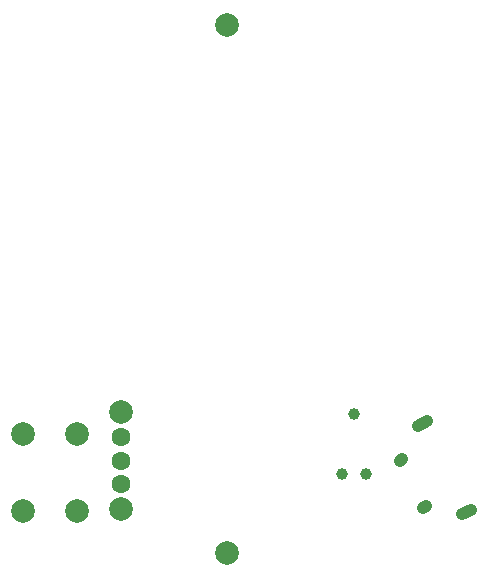
<source format=gbs>
G04 #@! TF.FileFunction,Soldermask,Bot*
%FSLAX46Y46*%
G04 Gerber Fmt 4.6, Leading zero omitted, Abs format (unit mm)*
G04 Created by KiCad (PCBNEW 4.0.3-stable) date 11/02/16 23:14:01*
%MOMM*%
%LPD*%
G01*
G04 APERTURE LIST*
%ADD10C,0.100000*%
%ADD11C,1.000000*%
%ADD12C,2.000000*%
%ADD13C,1.000000*%
%ADD14C,1.600000*%
G04 APERTURE END LIST*
D10*
D11*
X144601367Y-124511998D02*
X144824905Y-124400058D01*
X146593895Y-128490984D02*
X146817433Y-128379044D01*
X146120100Y-121570642D02*
X146924838Y-121167658D01*
X149858888Y-129036830D02*
X150663626Y-128633846D01*
D12*
X130000000Y-87650000D03*
X130000000Y-132350000D03*
D13*
X140695000Y-120560000D03*
X139679000Y-125640000D03*
X141711000Y-125640000D03*
D12*
X112750000Y-128750000D03*
X117250000Y-128750000D03*
X117250000Y-122250000D03*
X112750000Y-122250000D03*
D14*
X121000000Y-124500000D03*
X121000000Y-126500000D03*
X121000000Y-122500000D03*
D12*
X121000000Y-120400000D03*
X121000000Y-128600000D03*
M02*

</source>
